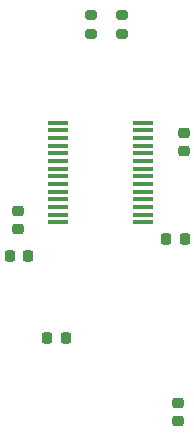
<source format=gbr>
%TF.GenerationSoftware,KiCad,Pcbnew,7.0.8*%
%TF.CreationDate,2023-11-18T20:12:02-05:00*%
%TF.ProjectId,PIC24FJ64GA004 Dev Board,50494332-3446-44a3-9634-474130303420,rev?*%
%TF.SameCoordinates,Original*%
%TF.FileFunction,Paste,Bot*%
%TF.FilePolarity,Positive*%
%FSLAX46Y46*%
G04 Gerber Fmt 4.6, Leading zero omitted, Abs format (unit mm)*
G04 Created by KiCad (PCBNEW 7.0.8) date 2023-11-18 20:12:02*
%MOMM*%
%LPD*%
G01*
G04 APERTURE LIST*
G04 Aperture macros list*
%AMRoundRect*
0 Rectangle with rounded corners*
0 $1 Rounding radius*
0 $2 $3 $4 $5 $6 $7 $8 $9 X,Y pos of 4 corners*
0 Add a 4 corners polygon primitive as box body*
4,1,4,$2,$3,$4,$5,$6,$7,$8,$9,$2,$3,0*
0 Add four circle primitives for the rounded corners*
1,1,$1+$1,$2,$3*
1,1,$1+$1,$4,$5*
1,1,$1+$1,$6,$7*
1,1,$1+$1,$8,$9*
0 Add four rect primitives between the rounded corners*
20,1,$1+$1,$2,$3,$4,$5,0*
20,1,$1+$1,$4,$5,$6,$7,0*
20,1,$1+$1,$6,$7,$8,$9,0*
20,1,$1+$1,$8,$9,$2,$3,0*%
G04 Aperture macros list end*
%ADD10RoundRect,0.225000X-0.250000X0.225000X-0.250000X-0.225000X0.250000X-0.225000X0.250000X0.225000X0*%
%ADD11R,1.750000X0.450000*%
%ADD12RoundRect,0.200000X0.275000X-0.200000X0.275000X0.200000X-0.275000X0.200000X-0.275000X-0.200000X0*%
%ADD13RoundRect,0.225000X-0.225000X-0.250000X0.225000X-0.250000X0.225000X0.250000X-0.225000X0.250000X0*%
%ADD14RoundRect,0.225000X0.225000X0.250000X-0.225000X0.250000X-0.225000X-0.250000X0.225000X-0.250000X0*%
G04 APERTURE END LIST*
D10*
%TO.C,C1*%
X86974000Y-74409000D03*
X86974000Y-75959000D03*
%TD*%
D11*
%TO.C,U2*%
X97624000Y-66936000D03*
X97624000Y-67586000D03*
X97624000Y-68236000D03*
X97624000Y-68886000D03*
X97624000Y-69536000D03*
X97624000Y-70186000D03*
X97624000Y-70836000D03*
X97624000Y-71486000D03*
X97624000Y-72136000D03*
X97624000Y-72786000D03*
X97624000Y-73436000D03*
X97624000Y-74086000D03*
X97624000Y-74736000D03*
X97624000Y-75386000D03*
X90424000Y-75386000D03*
X90424000Y-74736000D03*
X90424000Y-74086000D03*
X90424000Y-73436000D03*
X90424000Y-72786000D03*
X90424000Y-72136000D03*
X90424000Y-71486000D03*
X90424000Y-70836000D03*
X90424000Y-70186000D03*
X90424000Y-69536000D03*
X90424000Y-68886000D03*
X90424000Y-68236000D03*
X90424000Y-67586000D03*
X90424000Y-66936000D03*
%TD*%
D12*
%TO.C,R3*%
X93218000Y-59460400D03*
X93218000Y-57810400D03*
%TD*%
D13*
%TO.C,C8*%
X86334000Y-78232000D03*
X87884000Y-78232000D03*
%TD*%
D10*
%TO.C,C9*%
X100584000Y-90665000D03*
X100584000Y-92215000D03*
%TD*%
D12*
%TO.C,R4*%
X95808800Y-59448200D03*
X95808800Y-57798200D03*
%TD*%
D14*
%TO.C,C7*%
X101118000Y-76758800D03*
X99568000Y-76758800D03*
%TD*%
D10*
%TO.C,C4*%
X101092000Y-67805000D03*
X101092000Y-69355000D03*
%TD*%
D14*
%TO.C,C6*%
X91046600Y-85191600D03*
X89496600Y-85191600D03*
%TD*%
M02*

</source>
